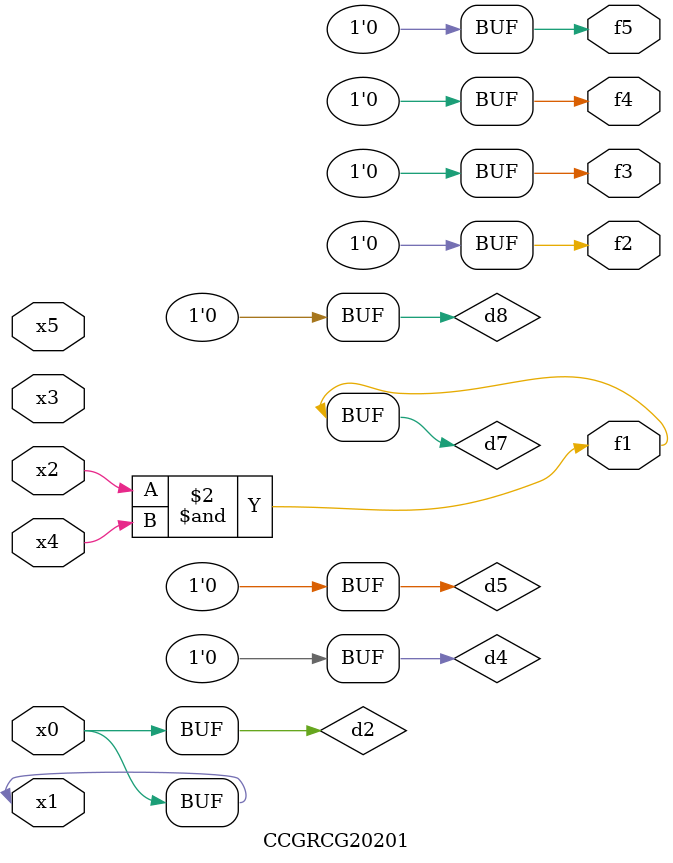
<source format=v>
module CCGRCG20201(
	input x0, x1, x2, x3, x4, x5,
	output f1, f2, f3, f4, f5
);

	wire d1, d2, d3, d4, d5, d6, d7, d8, d9;

	nand (d1, x1);
	buf (d2, x0, x1);
	nand (d3, x2, x4);
	and (d4, d1, d2);
	and (d5, d1, d2);
	nand (d6, d1, d3);
	not (d7, d3);
	xor (d8, d5);
	nor (d9, d5, d6);
	assign f1 = d7;
	assign f2 = d8;
	assign f3 = d8;
	assign f4 = d8;
	assign f5 = d8;
endmodule

</source>
